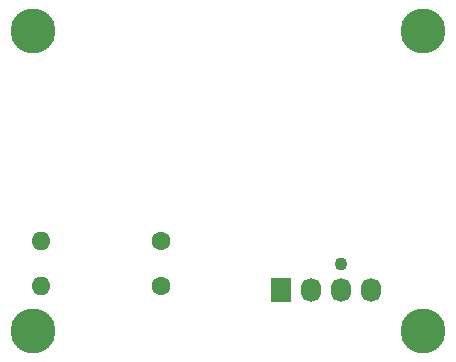
<source format=gbs>
%TF.GenerationSoftware,KiCad,Pcbnew,(6.0.4)*%
%TF.CreationDate,2022-04-21T21:48:53-10:00*%
%TF.ProjectId,filter_v2,66696c74-6572-45f7-9632-2e6b69636164,rev?*%
%TF.SameCoordinates,Original*%
%TF.FileFunction,Soldermask,Bot*%
%TF.FilePolarity,Negative*%
%FSLAX46Y46*%
G04 Gerber Fmt 4.6, Leading zero omitted, Abs format (unit mm)*
G04 Created by KiCad (PCBNEW (6.0.4)) date 2022-04-21 21:48:53*
%MOMM*%
%LPD*%
G01*
G04 APERTURE LIST*
%ADD10C,3.800000*%
%ADD11C,1.600000*%
%ADD12O,1.600000X1.600000*%
%ADD13C,1.100000*%
%ADD14R,1.730000X2.030000*%
%ADD15O,1.730000X2.030000*%
G04 APERTURE END LIST*
D10*
%TO.C,H2*%
X162560000Y-91440000D03*
%TD*%
%TO.C,H4*%
X129540000Y-91440000D03*
%TD*%
%TO.C,H1*%
X162560000Y-66040000D03*
%TD*%
D11*
%TO.C,R2*%
X140345000Y-87630000D03*
D12*
X130185000Y-87630000D03*
%TD*%
D10*
%TO.C,H3*%
X129540000Y-66040000D03*
%TD*%
D11*
%TO.C,R3*%
X140335000Y-83820000D03*
D12*
X130175000Y-83820000D03*
%TD*%
D13*
%TO.C,J1*%
X155585000Y-85805000D03*
D14*
X150505000Y-87965000D03*
D15*
X153045000Y-87965000D03*
X155585000Y-87965000D03*
X158125000Y-87965000D03*
%TD*%
M02*

</source>
